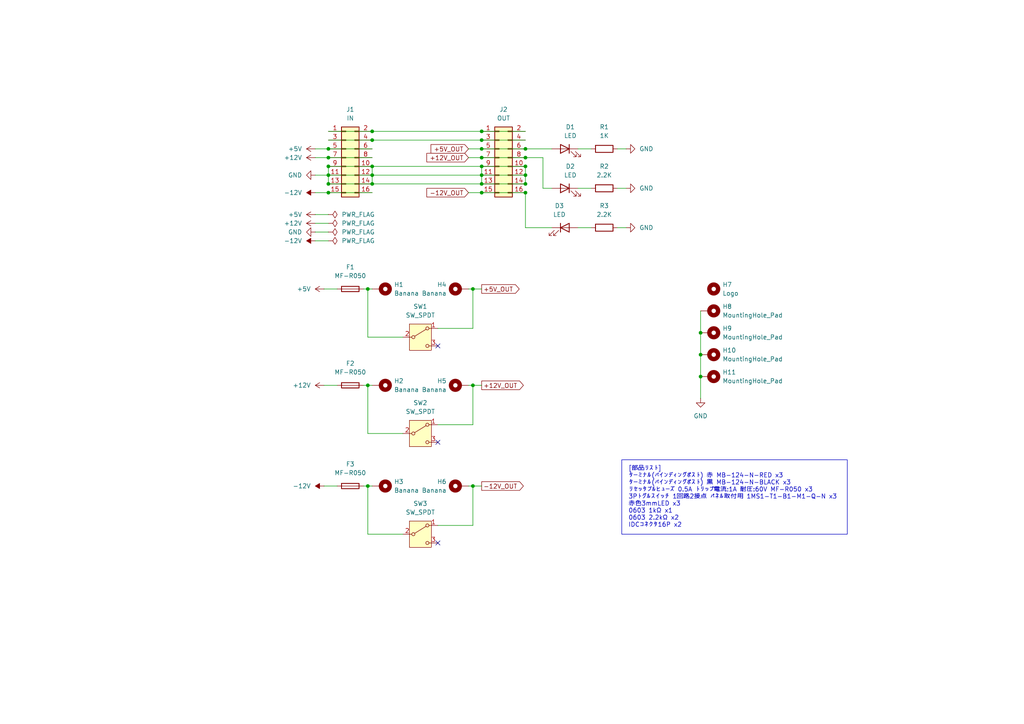
<source format=kicad_sch>
(kicad_sch (version 20231120) (generator "eeschema") (generator_version "8.0")
  (paper "A4")
  (title_block (title "Eurorack Power Consumption Tester") (date "2025-05-23") (rev "1.0") (company "StudioKAT"))
  (lib_symbols
    (symbol "Connector_Generic:Conn_02x08_Odd_Even" (pin_names (offset 1.016) hide)
      (property "Reference" "J" (at 1.27 10.16 0))
      (property "Value" "Conn_02x08_Odd_Even" (at 1.27 -12.7 0))
      (symbol "Conn_02x08_Odd_Even_1_1"
        (rectangle (start -1.27 -10.033) (end 0 -10.287) (stroke (width 0.1524)))
        (rectangle (start -1.27 -7.493) (end 0 -7.747) (stroke (width 0.1524)))
        (rectangle (start -1.27 -4.953) (end 0 -5.207) (stroke (width 0.1524)))
        (rectangle (start -1.27 -2.413) (end 0 -2.667) (stroke (width 0.1524)))
        (rectangle (start -1.27 0.127) (end 0 -0.127) (stroke (width 0.1524)))
        (rectangle (start -1.27 2.667) (end 0 2.413) (stroke (width 0.1524)))
        (rectangle (start -1.27 5.207) (end 0 4.953) (stroke (width 0.1524)))
        (rectangle (start -1.27 7.747) (end 0 7.493) (stroke (width 0.1524)))
        (rectangle (start -1.27 8.89) (end 3.81 -11.43) (stroke (width 0.254)) (fill (type background)))
        (rectangle (start 3.81 -10.033) (end 2.54 -10.287) (stroke (width 0.1524)))
        (rectangle (start 3.81 -7.493) (end 2.54 -7.747) (stroke (width 0.1524)))
        (rectangle (start 3.81 -4.953) (end 2.54 -5.207) (stroke (width 0.1524)))
        (rectangle (start 3.81 -2.413) (end 2.54 -2.667) (stroke (width 0.1524)))
        (rectangle (start 3.81 0.127) (end 2.54 -0.127) (stroke (width 0.1524)))
        (rectangle (start 3.81 2.667) (end 2.54 2.413) (stroke (width 0.1524)))
        (rectangle (start 3.81 5.207) (end 2.54 4.953) (stroke (width 0.1524)))
        (rectangle (start 3.81 7.747) (end 2.54 7.493) (stroke (width 0.1524)))
        (pin passive line (at -5.08 7.62 0) (length 3.81) (name "Pin_1") (number "1"))
        (pin passive line (at 7.62 -2.54 180) (length 3.81) (name "Pin_10") (number "10"))
        (pin passive line (at -5.08 -5.08 0) (length 3.81) (name "Pin_11") (number "11"))
        (pin passive line (at 7.62 -5.08 180) (length 3.81) (name "Pin_12") (number "12"))
        (pin passive line (at -5.08 -7.62 0) (length 3.81) (name "Pin_13") (number "13"))
        (pin passive line (at 7.62 -7.62 180) (length 3.81) (name "Pin_14") (number "14"))
        (pin passive line (at -5.08 -10.16 0) (length 3.81) (name "Pin_15") (number "15"))
        (pin passive line (at 7.62 -10.16 180) (length 3.81) (name "Pin_16") (number "16"))
        (pin passive line (at 7.62 7.62 180) (length 3.81) (name "Pin_2") (number "2"))
        (pin passive line (at -5.08 5.08 0) (length 3.81) (name "Pin_3") (number "3"))
        (pin passive line (at 7.62 5.08 180) (length 3.81) (name "Pin_4") (number "4"))
        (pin passive line (at -5.08 2.54 0) (length 3.81) (name "Pin_5") (number "5"))
        (pin passive line (at 7.62 2.54 180) (length 3.81) (name "Pin_6") (number "6"))
        (pin passive line (at -5.08 0 0) (length 3.81) (name "Pin_7") (number "7"))
        (pin passive line (at 7.62 0 180) (length 3.81) (name "Pin_8") (number "8"))
        (pin passive line (at -5.08 -2.54 0) (length 3.81) (name "Pin_9") (number "9"))
      )
    )
    (symbol "Device:Fuse" (pin_numbers hide) (pin_names (offset 0))
      (property "Reference" "F" (at 2.032 0 90))
      (property "Value" "Fuse" (at -1.905 0 90))
      (symbol "Fuse_0_1"
        (rectangle (start -0.762 -2.54) (end 0.762 2.54) (stroke (width 0.254)))
        (polyline (pts (xy 0 2.54) (xy 0 -2.54)))
      )
      (symbol "Fuse_1_1"
        (pin passive line (at 0 3.81 270) (length 1.27) (name "~") (number "1"))
        (pin passive line (at 0 -3.81 90) (length 1.27) (name "~") (number "2"))
      )
    )
    (symbol "Device:LED" (pin_numbers hide) (pin_names (offset 1.016) hide)
      (property "Reference" "D" (at 0 2.54 0))
      (property "Value" "LED" (at 0 -2.54 0))
      (symbol "LED_0_1"
        (polyline (pts (xy -1.27 -1.27) (xy -1.27 1.27)) (stroke (width 0.254)))
        (polyline (pts (xy -1.27 0) (xy 1.27 0)))
        (polyline (pts (xy 1.27 -1.27) (xy 1.27 1.27) (xy -1.27 0) (xy 1.27 -1.27)) (stroke (width 0.254)))
        (polyline (pts (xy -3.048 -0.762) (xy -4.572 -2.286) (xy -3.81 -2.286) (xy -4.572 -2.286) (xy -4.572 -1.524)))
        (polyline (pts (xy -1.778 -0.762) (xy -3.302 -2.286) (xy -2.54 -2.286) (xy -3.302 -2.286) (xy -3.302 -1.524)))
      )
      (symbol "LED_1_1"
        (pin passive line (at -3.81 0 0) (length 2.54) (name "K") (number "1"))
        (pin passive line (at 3.81 0 180) (length 2.54) (name "A") (number "2"))
      )
    )
    (symbol "Device:R" (pin_numbers hide) (pin_names (offset 0))
      (property "Reference" "R" (at 2.032 0 90))
      (property "Value" "R" (at 0 0 90))
      (symbol "R_0_1"
        (rectangle (start -1.016 -2.54) (end 1.016 2.54) (stroke (width 0.254)))
      )
      (symbol "R_1_1"
        (pin passive line (at 0 3.81 270) (length 1.27) (name "~") (number "1"))
        (pin passive line (at 0 -3.81 90) (length 1.27) (name "~") (number "2"))
      )
    )
    (symbol "Mechanical:MountingHole" (pin_names (offset 1.016)) (exclude_from_sim yes) (in_bom no)
      (property "Reference" "H" (at 0 5.08 0))
      (property "Value" "MountingHole" (at 0 3.175 0))
      (symbol "MountingHole_0_1"
        (circle (center 0 0) (radius 1.27) (stroke (width 1.27)))
      )
    )
    (symbol "Mechanical:MountingHole_Pad" (pin_numbers hide) (pin_names (offset 1.016) hide) (exclude_from_sim yes) (in_bom no)
      (property "Reference" "H" (at 0 6.35 0))
      (property "Value" "MountingHole_Pad" (at 0 4.445 0))
      (symbol "MountingHole_Pad_0_1"
        (circle (center 0 1.27) (radius 1.27) (stroke (width 1.27)))
      )
      (symbol "MountingHole_Pad_1_1"
        (pin input line (at 0 -2.54 90) (length 2.54) (name "1") (number "1"))
      )
    )
    (symbol "Switch:SW_SPDT" (pin_names (offset 0) hide)
      (property "Reference" "SW" (at 0 5.08 0))
      (property "Value" "SW_SPDT" (at 0 -5.08 0))
      (symbol "SW_SPDT_0_1"
        (circle (center -2.032 0) (radius 0.4572))
        (polyline (pts (xy -1.651 0.254) (xy 1.651 2.286)))
        (circle (center 2.032 -2.54) (radius 0.4572))
        (circle (center 2.032 2.54) (radius 0.4572))
      )
      (symbol "SW_SPDT_1_1"
        (rectangle (start -3.175 3.81) (end 3.175 -3.81) (fill (type background)))
        (pin passive line (at 5.08 2.54 180) (length 2.54) (name "A") (number "1"))
        (pin passive line (at -5.08 0 0) (length 2.54) (name "B") (number "2"))
        (pin passive line (at 5.08 -2.54 180) (length 2.54) (name "C") (number "3"))
      )
    )
    (symbol "power:+12V" (power) (pin_numbers hide) (pin_names (offset 0) hide)
      (property "Value" "+12V" (at 0 3.556 0))
      (symbol "+12V_0_1"
        (polyline (pts (xy -0.762 1.27) (xy 0 2.54)))
        (polyline (pts (xy 0 0) (xy 0 2.54)))
        (polyline (pts (xy 0 2.54) (xy 0.762 1.27)))
      )
      (symbol "+12V_1_1"
        (pin power_in line (at 0 0 90) (length 0) (name "~") (number "1"))
      )
    )
    (symbol "power:+5V" (power) (pin_numbers hide) (pin_names (offset 0) hide)
      (property "Value" "+5V" (at 0 3.556 0))
      (symbol "+5V_0_1"
        (polyline (pts (xy -0.762 1.27) (xy 0 2.54)))
        (polyline (pts (xy 0 0) (xy 0 2.54)))
        (polyline (pts (xy 0 2.54) (xy 0.762 1.27)))
      )
      (symbol "+5V_1_1"
        (pin power_in line (at 0 0 90) (length 0) (name "~") (number "1"))
      )
    )
    (symbol "power:-12V" (power) (pin_numbers hide) (pin_names (offset 0) hide)
      (property "Value" "-12V" (at 0 3.556 0))
      (symbol "-12V_0_0"
        (pin power_in line (at 0 0 90) (length 0) (name "~") (number "1"))
      )
      (symbol "-12V_0_1"
        (polyline (pts (xy 0 0) (xy 0 1.27) (xy 0.762 1.27) (xy 0 2.54) (xy -0.762 1.27) (xy 0 1.27)) (fill (type outline)))
      )
    )
    (symbol "power:GND" (power) (pin_numbers hide) (pin_names (offset 0) hide)
      (property "Value" "GND" (at 0 -3.81 0))
      (symbol "GND_0_1"
        (polyline (pts (xy 0 0) (xy 0 -1.27) (xy 1.27 -1.27) (xy 0 -2.54) (xy -1.27 -1.27) (xy 0 -1.27)))
      )
      (symbol "GND_1_1"
        (pin power_in line (at 0 0 270) (length 0) (name "~") (number "1"))
      )
    )
    (symbol "power:PWR_FLAG" (power) (pin_numbers hide) (pin_names (offset 0) hide)
      (property "Value" "PWR_FLAG" (at 0 3.81 0))
      (symbol "PWR_FLAG_0_0"
        (pin power_out line (at 0 0 90) (length 0) (name "~") (number "1"))
      )
      (symbol "PWR_FLAG_0_1"
        (polyline (pts (xy 0 0) (xy 0 1.27) (xy -1.016 1.905) (xy 0 2.54) (xy 1.016 1.905) (xy 0 1.27)))
      )
    )
  )
  (junction (at 139.7 43.18))
  (junction (at 95.25 50.8))
  (junction (at 137.16 140.97))
  (junction (at 107.95 50.8))
  (junction (at 139.7 40.64))
  (junction (at 95.25 48.26))
  (junction (at 152.4 50.8))
  (junction (at 139.7 38.1))
  (junction (at 137.16 83.82))
  (junction (at 203.2 96.52))
  (junction (at 203.2 109.22))
  (junction (at 139.7 50.8))
  (junction (at 107.95 53.34))
  (junction (at 106.68 83.82))
  (junction (at 95.25 43.18))
  (junction (at 152.4 48.26))
  (junction (at 139.7 53.34))
  (junction (at 139.7 55.88))
  (junction (at 152.4 53.34))
  (junction (at 106.68 140.97))
  (junction (at 107.95 38.1))
  (junction (at 95.25 45.72))
  (junction (at 152.4 55.88))
  (junction (at 137.16 111.76))
  (junction (at 107.95 48.26))
  (junction (at 139.7 45.72))
  (junction (at 139.7 48.26))
  (junction (at 152.4 43.18))
  (junction (at 95.25 53.34))
  (junction (at 152.4 45.72))
  (junction (at 107.95 40.64))
  (junction (at 203.2 102.87))
  (junction (at 95.25 55.88))
  (junction (at 106.68 111.76))
  (no_connect (at 127 128.27))
  (no_connect (at 127 157.48))
  (no_connect (at 127 100.33))
  (wire (pts (xy 167.64 54.61) (xy 171.45 54.61)))
  (wire (pts (xy 95.25 50.8) (xy 95.25 53.34)))
  (wire (pts (xy 95.25 50.8) (xy 107.95 50.8)))
  (wire (pts (xy 137.16 111.76) (xy 139.7 111.76)))
  (wire (pts (xy 135.89 140.97) (xy 137.16 140.97)))
  (wire (pts (xy 137.16 83.82) (xy 139.7 83.82)))
  (wire (pts (xy 167.64 43.18) (xy 171.45 43.18)))
  (wire (pts (xy 139.7 48.26) (xy 139.7 50.8)))
  (wire (pts (xy 152.4 43.18) (xy 160.02 43.18)))
  (wire (pts (xy 107.95 50.8) (xy 139.7 50.8)))
  (wire (pts (xy 106.68 83.82) (xy 107.95 83.82)))
  (wire (pts (xy 105.41 83.82) (xy 106.68 83.82)))
  (wire (pts (xy 137.16 140.97) (xy 139.7 140.97)))
  (wire (pts (xy 91.44 69.85) (xy 95.25 69.85)))
  (wire (pts (xy 105.41 140.97) (xy 106.68 140.97)))
  (wire (pts (xy 127 123.19) (xy 137.16 123.19)))
  (wire (pts (xy 137.16 152.4) (xy 137.16 140.97)))
  (wire (pts (xy 139.7 43.18) (xy 152.4 43.18)))
  (wire (pts (xy 107.95 40.64) (xy 139.7 40.64)))
  (wire (pts (xy 105.41 111.76) (xy 106.68 111.76)))
  (wire (pts (xy 93.98 83.82) (xy 97.79 83.82)))
  (wire (pts (xy 106.68 154.94) (xy 106.68 140.97)))
  (wire (pts (xy 95.25 48.26) (xy 107.95 48.26)))
  (wire (pts (xy 93.98 111.76) (xy 97.79 111.76)))
  (wire (pts (xy 107.95 38.1) (xy 139.7 38.1)))
  (wire (pts (xy 107.95 50.8) (xy 107.95 53.34)))
  (wire (pts (xy 106.68 97.79) (xy 106.68 83.82)))
  (wire (pts (xy 107.95 48.26) (xy 139.7 48.26)))
  (wire (pts (xy 203.2 96.52) (xy 203.2 102.87)))
  (wire (pts (xy 152.4 66.04) (xy 152.4 55.88)))
  (wire (pts (xy 203.2 109.22) (xy 203.2 115.57)))
  (wire (pts (xy 95.25 43.18) (xy 107.95 43.18)))
  (wire (pts (xy 91.44 64.77) (xy 95.25 64.77)))
  (wire (pts (xy 139.7 55.88) (xy 152.4 55.88)))
  (wire (pts (xy 157.48 54.61) (xy 160.02 54.61)))
  (wire (pts (xy 139.7 48.26) (xy 152.4 48.26)))
  (wire (pts (xy 91.44 55.88) (xy 95.25 55.88)))
  (wire (pts (xy 127 95.25) (xy 137.16 95.25)))
  (wire (pts (xy 95.25 48.26) (xy 95.25 50.8)))
  (wire (pts (xy 106.68 125.73) (xy 106.68 111.76)))
  (wire (pts (xy 137.16 123.19) (xy 137.16 111.76)))
  (wire (pts (xy 203.2 102.87) (xy 203.2 109.22)))
  (wire (pts (xy 135.89 111.76) (xy 137.16 111.76)))
  (wire (pts (xy 139.7 45.72) (xy 152.4 45.72)))
  (wire (pts (xy 179.07 66.04) (xy 181.61 66.04)))
  (wire (pts (xy 127 152.4) (xy 137.16 152.4)))
  (wire (pts (xy 160.02 66.04) (xy 152.4 66.04)))
  (wire (pts (xy 106.68 140.97) (xy 107.95 140.97)))
  (wire (pts (xy 91.44 67.31) (xy 95.25 67.31)))
  (wire (pts (xy 95.25 55.88) (xy 107.95 55.88)))
  (wire (pts (xy 116.84 125.73) (xy 106.68 125.73)))
  (wire (pts (xy 106.68 111.76) (xy 107.95 111.76)))
  (wire (pts (xy 203.2 90.17) (xy 203.2 96.52)))
  (wire (pts (xy 135.89 83.82) (xy 137.16 83.82)))
  (wire (pts (xy 167.64 66.04) (xy 171.45 66.04)))
  (wire (pts (xy 107.95 48.26) (xy 107.95 50.8)))
  (wire (pts (xy 93.98 140.97) (xy 97.79 140.97)))
  (wire (pts (xy 179.07 43.18) (xy 181.61 43.18)))
  (wire (pts (xy 179.07 54.61) (xy 181.61 54.61)))
  (wire (pts (xy 139.7 50.8) (xy 152.4 50.8)))
  (wire (pts (xy 139.7 40.64) (xy 152.4 40.64)))
  (wire (pts (xy 91.44 50.8) (xy 95.25 50.8)))
  (wire (pts (xy 91.44 43.18) (xy 95.25 43.18)))
  (wire (pts (xy 91.44 62.23) (xy 95.25 62.23)))
  (wire (pts (xy 139.7 38.1) (xy 152.4 38.1)))
  (wire (pts (xy 91.44 45.72) (xy 95.25 45.72)))
  (wire (pts (xy 135.89 45.72) (xy 139.7 45.72)))
  (wire (pts (xy 95.25 53.34) (xy 107.95 53.34)))
  (wire (pts (xy 152.4 50.8) (xy 152.4 53.34)))
  (wire (pts (xy 152.4 48.26) (xy 152.4 50.8)))
  (wire (pts (xy 95.25 38.1) (xy 107.95 38.1)))
  (wire (pts (xy 116.84 97.79) (xy 106.68 97.79)))
  (wire (pts (xy 95.25 45.72) (xy 107.95 45.72)))
  (wire (pts (xy 116.84 154.94) (xy 106.68 154.94)))
  (wire (pts (xy 135.89 43.18) (xy 139.7 43.18)))
  (wire (pts (xy 139.7 50.8) (xy 139.7 53.34)))
  (wire (pts (xy 137.16 95.25) (xy 137.16 83.82)))
  (wire (pts (xy 139.7 53.34) (xy 152.4 53.34)))
  (wire (pts (xy 95.25 40.64) (xy 107.95 40.64)))
  (wire (pts (xy 157.48 54.61) (xy 157.48 45.72)))
  (wire (pts (xy 135.89 55.88) (xy 139.7 55.88)))
  (wire (pts (xy 152.4 45.72) (xy 157.48 45.72)))
  (wire (pts (xy 107.95 53.34) (xy 139.7 53.34)))
  (rectangle (start 180.34 133.35) (end 245.745 154.94))
  (text "[部品リスト]\nターミナル(バインディングポスト) 赤 MB-124-N-RED x3\nターミナル(バインディングポスト) 黒 MB-124-N-BLACK x3\nリセッタブルヒューズ 0.5A トリップ電流:1A 耐圧:60V MF-R050 x3\n3Pトグルスイッチ 1回路2接点 パネル取付用 1MS1-T1-B1-M1-Q-N x3\n赤色3mmLED x3\n0603 1kΩ x1\n0603 2.2kΩ x2\nIDCコネクタ16P x2" (at 182.245 135.255 0) (effects (font (size 1.27 1.27)) (justify left top)))
  (global_label "-12V_OUT" (shape input) (at 135.89 55.88 180) (property "Intersheetrefs" "${INTERSHEET_REFS}" (effects (hide yes))))
  (global_label "-12V_OUT" (shape output) (at 139.7 140.97 0) (property "Intersheetrefs" "${INTERSHEET_REFS}" (effects (hide yes))))
  (global_label "+12V_OUT" (shape input) (at 135.89 45.72 180) (property "Intersheetrefs" "${INTERSHEET_REFS}" (effects (hide yes))))
  (global_label "+5V_OUT" (shape output) (at 139.7 83.82 0) (property "Intersheetrefs" "${INTERSHEET_REFS}" (effects (hide yes))))
  (global_label "+12V_OUT" (shape output) (at 139.7 111.76 0) (property "Intersheetrefs" "${INTERSHEET_REFS}" (effects (hide yes))))
  (global_label "+5V_OUT" (shape input) (at 135.89 43.18 180) (property "Intersheetrefs" "${INTERSHEET_REFS}" (effects (hide yes))))
  (symbol (lib_id "power:-12V") (at 91.44 69.85 90) (unit 1)
    (property "Reference" "#PWR08" (effects (hide yes)))
    (property "Value" "-12V" (at 87.63 69.8499 90) (effects (justify left)))
    (property "Description" "Power symbol creates a global label with name \"-12V\"" (effects (hide yes)))
  )
  (symbol (lib_id "Device:LED") (at 163.83 54.61 0) (mirror y) (unit 1)
    (property "Reference" "D2" (at 165.4175 48.26 0))
    (property "Value" "LED" (at 165.4175 50.8 0))
    (property "Footprint" "LED_THT:LED_D3.0mm" (effects (hide yes)))
    (property "Description" "Light emitting diode" (effects (hide yes)))
  )
  (symbol (lib_id "Device:Fuse") (at 101.6 140.97 90) (unit 1)
    (property "Reference" "F3" (at 101.6 134.62 90))
    (property "Value" "MF-R050" (at 101.6 137.16 90))
    (property "Footprint" "Fuse:Fuse_Bourns_MF-RG300" (effects (hide yes)))
    (property "Description" "Fuse" (effects (hide yes)))
  )
  (symbol (lib_id "Switch:SW_SPDT") (at 121.92 97.79 0) (unit 1)
    (property "Reference" "SW1" (at 121.92 88.9 0))
    (property "Value" "SW_SPDT" (at 121.92 91.44 0))
    (property "Footprint" "kat_eurorack:SPDT" (effects (hide yes)))
    (property "Description" "Switch, single pole double throw" (effects (hide yes)))
  )
  (symbol (lib_id "power:+12V") (at 91.44 45.72 90) (unit 1)
    (property "Reference" "#PWR02" (effects (hide yes)))
    (property "Value" "+12V" (at 87.63 45.7199 90) (effects (justify left)))
    (property "Description" "Power symbol creates a global label with name \"+12V\"" (effects (hide yes)))
  )
  (symbol (lib_id "power:GND") (at 91.44 50.8 270) (unit 1)
    (property "Reference" "#PWR03" (effects (hide yes)))
    (property "Value" "GND" (at 87.63 50.7999 90) (effects (justify right)))
    (property "Description" "Power symbol creates a global label with name \"GND\" , ground" (effects (hide yes)))
  )
  (symbol (lib_id "power:+12V") (at 93.98 111.76 90) (unit 1)
    (property "Reference" "#PWR013" (effects (hide yes)))
    (property "Value" "+12V" (at 90.17 111.7599 90) (effects (justify left)))
    (property "Description" "Power symbol creates a global label with name \"+12V\"" (effects (hide yes)))
  )
  (symbol (lib_id "Connector_Generic:Conn_02x08_Odd_Even") (at 100.33 45.72 0) (unit 1)
    (property "Reference" "J1" (at 101.6 31.75 0))
    (property "Value" "IN" (at 101.6 34.29 0))
    (property "Footprint" "kat_eurorack:BoxHeader_2x08_2.54mm_Europower" (effects (hide yes)))
    (property "Description" "Generic connector, double row, 02x08, odd/even pin numbering scheme (row 1 odd numbers, row 2 even numbers), script generated (kicad-library-utils/schlib/autogen/connector/)" (effects (hide yes)))
  )
  (symbol (lib_id "Mechanical:MountingHole_Pad") (at 133.35 111.76 90) (mirror x) (unit 1) (exclude_from_sim yes) (in_bom no)
    (property "Reference" "H5" (at 129.54 110.4899 90) (effects (justify left)))
    (property "Value" "Banana" (at 129.54 113.0299 90) (effects (justify left)))
    (property "Footprint" "MountingHole:MountingHole_4.3mm_M4_DIN965_Pad" (effects (hide yes)))
    (property "Description" "Mounting Hole with connection" (effects (hide yes)))
  )
  (symbol (lib_id "Device:R") (at 175.26 66.04 90) (unit 1)
    (property "Reference" "R3" (at 175.26 59.69 90))
    (property "Value" "2.2K" (at 175.26 62.23 90))
    (property "Footprint" "Resistor_SMD:R_0603_1608Metric_Pad0.98x0.95mm_HandSolder" (effects (hide yes)))
    (property "Description" "Resistor" (effects (hide yes)))
  )
  (symbol (lib_id "Mechanical:MountingHole_Pad") (at 133.35 83.82 90) (mirror x) (unit 1) (exclude_from_sim yes) (in_bom no)
    (property "Reference" "H4" (at 129.54 82.5499 90) (effects (justify left)))
    (property "Value" "Banana" (at 129.54 85.0899 90) (effects (justify left)))
    (property "Footprint" "MountingHole:MountingHole_4.3mm_M4_DIN965_Pad" (effects (hide yes)))
    (property "Description" "Mounting Hole with connection" (effects (hide yes)))
  )
  (symbol (lib_id "power:GND") (at 181.61 43.18 90) (mirror x) (unit 1)
    (property "Reference" "#PWR09" (effects (hide yes)))
    (property "Value" "GND" (at 185.42 43.1799 90) (effects (justify right)))
    (property "Description" "Power symbol creates a global label with name \"GND\" , ground" (effects (hide yes)))
  )
  (symbol (lib_id "Device:R") (at 175.26 54.61 90) (unit 1)
    (property "Reference" "R2" (at 175.26 48.26 90))
    (property "Value" "2.2K" (at 175.26 50.8 90))
    (property "Footprint" "Resistor_SMD:R_0603_1608Metric_Pad0.98x0.95mm_HandSolder" (effects (hide yes)))
    (property "Description" "Resistor" (effects (hide yes)))
  )
  (symbol (lib_id "Device:Fuse") (at 101.6 111.76 90) (unit 1)
    (property "Reference" "F2" (at 101.6 105.41 90))
    (property "Value" "MF-R050" (at 101.6 107.95 90))
    (property "Footprint" "Fuse:Fuse_Bourns_MF-RG300" (effects (hide yes)))
    (property "Description" "Fuse" (effects (hide yes)))
  )
  (symbol (lib_id "Mechanical:MountingHole") (at 207.01 83.82 0) (unit 1) (exclude_from_sim yes) (in_bom no)
    (property "Reference" "H7" (at 209.55 82.5499 0) (effects (justify left)))
    (property "Value" "Logo" (at 209.55 85.0899 0) (effects (justify left)))
    (property "Footprint" "kat_eurorack:StudioKAT_logo" (effects (hide yes)))
    (property "Description" "Mounting Hole without connection" (effects (hide yes)))
  )
  (symbol (lib_id "Mechanical:MountingHole_Pad") (at 205.74 102.87 270) (unit 1) (exclude_from_sim yes) (in_bom no)
    (property "Reference" "H10" (at 209.55 101.5999 90) (effects (justify left)))
    (property "Value" "MountingHole_Pad" (at 209.55 104.1399 90) (effects (justify left)))
    (property "Footprint" "MountingHole:MountingHole_3.2mm_M3_DIN965_Pad" (effects (hide yes)))
    (property "Description" "Mounting Hole with connection" (effects (hide yes)))
  )
  (symbol (lib_id "power:PWR_FLAG") (at 95.25 64.77 270) (unit 1)
    (property "Reference" "#FLG02" (effects (hide yes)))
    (property "Value" "PWR_FLAG" (at 99.06 64.7699 90) (effects (justify left)))
    (property "Description" "Special symbol for telling ERC where power comes from" (effects (hide yes)))
  )
  (symbol (lib_id "power:+5V") (at 93.98 83.82 90) (unit 1)
    (property "Reference" "#PWR012" (effects (hide yes)))
    (property "Value" "+5V" (at 90.17 83.8199 90) (effects (justify left)))
    (property "Description" "Power symbol creates a global label with name \"+5V\"" (effects (hide yes)))
  )
  (symbol (lib_id "power:PWR_FLAG") (at 95.25 62.23 270) (unit 1)
    (property "Reference" "#FLG01" (effects (hide yes)))
    (property "Value" "PWR_FLAG" (at 99.06 62.2299 90) (effects (justify left)))
    (property "Description" "Special symbol for telling ERC where power comes from" (effects (hide yes)))
  )
  (symbol (lib_id "Device:LED") (at 163.83 43.18 0) (mirror y) (unit 1)
    (property "Reference" "D1" (at 165.4175 36.83 0))
    (property "Value" "LED" (at 165.4175 39.37 0))
    (property "Footprint" "LED_THT:LED_D3.0mm" (effects (hide yes)))
    (property "Description" "Light emitting diode" (effects (hide yes)))
  )
  (symbol (lib_id "Mechanical:MountingHole_Pad") (at 133.35 140.97 90) (mirror x) (unit 1) (exclude_from_sim yes) (in_bom no)
    (property "Reference" "H6" (at 129.54 139.6999 90) (effects (justify left)))
    (property "Value" "Banana" (at 129.54 142.2399 90) (effects (justify left)))
    (property "Footprint" "MountingHole:MountingHole_4.3mm_M4_DIN965_Pad" (effects (hide yes)))
    (property "Description" "Mounting Hole with connection" (effects (hide yes)))
  )
  (symbol (lib_id "power:+5V") (at 91.44 62.23 90) (unit 1)
    (property "Reference" "#PWR05" (effects (hide yes)))
    (property "Value" "+5V" (at 87.63 62.2299 90) (effects (justify left)))
    (property "Description" "Power symbol creates a global label with name \"+5V\"" (effects (hide yes)))
  )
  (symbol (lib_id "Device:Fuse") (at 101.6 83.82 90) (unit 1)
    (property "Reference" "F1" (at 101.6 77.47 90))
    (property "Value" "MF-R050" (at 101.6 80.01 90))
    (property "Footprint" "Fuse:Fuse_Bourns_MF-RG300" (effects (hide yes)))
    (property "Description" "Fuse" (effects (hide yes)))
  )
  (symbol (lib_id "power:PWR_FLAG") (at 95.25 69.85 270) (unit 1)
    (property "Reference" "#FLG04" (effects (hide yes)))
    (property "Value" "PWR_FLAG" (at 99.06 69.8499 90) (effects (justify left)))
    (property "Description" "Special symbol for telling ERC where power comes from" (effects (hide yes)))
  )
  (symbol (lib_id "Mechanical:MountingHole_Pad") (at 205.74 109.22 270) (unit 1) (exclude_from_sim yes) (in_bom no)
    (property "Reference" "H11" (at 209.55 107.9499 90) (effects (justify left)))
    (property "Value" "MountingHole_Pad" (at 209.55 110.4899 90) (effects (justify left)))
    (property "Footprint" "MountingHole:MountingHole_3.2mm_M3_DIN965_Pad" (effects (hide yes)))
    (property "Description" "Mounting Hole with connection" (effects (hide yes)))
  )
  (symbol (lib_id "power:GND") (at 203.2 115.57 0) (unit 1)
    (property "Reference" "#PWR015" (effects (hide yes)))
    (property "Value" "GND" (at 203.2 120.65 0))
    (property "Description" "Power symbol creates a global label with name \"GND\" , ground" (effects (hide yes)))
  )
  (symbol (lib_id "power:GND") (at 181.61 54.61 90) (mirror x) (unit 1)
    (property "Reference" "#PWR010" (effects (hide yes)))
    (property "Value" "GND" (at 185.42 54.6099 90) (effects (justify right)))
    (property "Description" "Power symbol creates a global label with name \"GND\" , ground" (effects (hide yes)))
  )
  (symbol (lib_id "power:GND") (at 91.44 67.31 270) (unit 1)
    (property "Reference" "#PWR07" (effects (hide yes)))
    (property "Value" "GND" (at 87.63 67.3099 90) (effects (justify right)))
    (property "Description" "Power symbol creates a global label with name \"GND\" , ground" (effects (hide yes)))
  )
  (symbol (lib_id "power:-12V") (at 91.44 55.88 90) (unit 1)
    (property "Reference" "#PWR04" (effects (hide yes)))
    (property "Value" "-12V" (at 87.63 55.8799 90) (effects (justify left)))
    (property "Description" "Power symbol creates a global label with name \"-12V\"" (effects (hide yes)))
  )
  (symbol (lib_id "power:+12V") (at 91.44 64.77 90) (unit 1)
    (property "Reference" "#PWR06" (effects (hide yes)))
    (property "Value" "+12V" (at 87.63 64.7699 90) (effects (justify left)))
    (property "Description" "Power symbol creates a global label with name \"+12V\"" (effects (hide yes)))
  )
  (symbol (lib_id "power:PWR_FLAG") (at 95.25 67.31 270) (unit 1)
    (property "Reference" "#FLG03" (effects (hide yes)))
    (property "Value" "PWR_FLAG" (at 99.06 67.3099 90) (effects (justify left)))
    (property "Description" "Special symbol for telling ERC where power comes from" (effects (hide yes)))
  )
  (symbol (lib_id "Mechanical:MountingHole_Pad") (at 110.49 111.76 270) (unit 1) (exclude_from_sim yes) (in_bom no)
    (property "Reference" "H2" (at 114.3 110.4899 90) (effects (justify left)))
    (property "Value" "Banana" (at 114.3 113.0299 90) (effects (justify left)))
    (property "Footprint" "MountingHole:MountingHole_4.3mm_M4_DIN965_Pad" (effects (hide yes)))
    (property "Description" "Mounting Hole with connection" (effects (hide yes)))
  )
  (symbol (lib_id "Connector_Generic:Conn_02x08_Odd_Even") (at 144.78 45.72 0) (unit 1)
    (property "Reference" "J2" (at 146.05 31.75 0))
    (property "Value" "OUT" (at 146.05 34.29 0))
    (property "Footprint" "kat_eurorack:BoxHeader_2x08_2.54mm_Europower" (effects (hide yes)))
    (property "Description" "Generic connector, double row, 02x08, odd/even pin numbering scheme (row 1 odd numbers, row 2 even numbers), script generated (kicad-library-utils/schlib/autogen/connector/)" (effects (hide yes)))
  )
  (symbol (lib_id "Device:R") (at 175.26 43.18 90) (unit 1)
    (property "Reference" "R1" (at 175.26 36.83 90))
    (property "Value" "1K" (at 175.26 39.37 90))
    (property "Footprint" "Resistor_SMD:R_0603_1608Metric_Pad0.98x0.95mm_HandSolder" (effects (hide yes)))
    (property "Description" "Resistor" (effects (hide yes)))
  )
  (symbol (lib_id "Device:LED") (at 163.83 66.04 0) (unit 1)
    (property "Reference" "D3" (at 162.2425 59.69 0))
    (property "Value" "LED" (at 162.2425 62.23 0))
    (property "Footprint" "LED_THT:LED_D3.0mm" (effects (hide yes)))
    (property "Description" "Light emitting diode" (effects (hide yes)))
  )
  (symbol (lib_id "Switch:SW_SPDT") (at 121.92 154.94 0) (unit 1)
    (property "Reference" "SW3" (at 121.92 146.05 0))
    (property "Value" "SW_SPDT" (at 121.92 148.59 0))
    (property "Footprint" "kat_eurorack:SPDT" (effects (hide yes)))
    (property "Description" "Switch, single pole double throw" (effects (hide yes)))
  )
  (symbol (lib_id "Switch:SW_SPDT") (at 121.92 125.73 0) (unit 1)
    (property "Reference" "SW2" (at 121.92 116.84 0))
    (property "Value" "SW_SPDT" (at 121.92 119.38 0))
    (property "Footprint" "kat_eurorack:SPDT" (effects (hide yes)))
    (property "Description" "Switch, single pole double throw" (effects (hide yes)))
  )
  (symbol (lib_id "Mechanical:MountingHole_Pad") (at 205.74 90.17 270) (unit 1) (exclude_from_sim yes) (in_bom no)
    (property "Reference" "H8" (at 209.55 88.8999 90) (effects (justify left)))
    (property "Value" "MountingHole_Pad" (at 209.55 91.4399 90) (effects (justify left)))
    (property "Footprint" "MountingHole:MountingHole_3.2mm_M3_DIN965_Pad" (effects (hide yes)))
    (property "Description" "Mounting Hole with connection" (effects (hide yes)))
  )
  (symbol (lib_id "power:GND") (at 181.61 66.04 90) (mirror x) (unit 1)
    (property "Reference" "#PWR011" (effects (hide yes)))
    (property "Value" "GND" (at 185.42 66.0399 90) (effects (justify right)))
    (property "Description" "Power symbol creates a global label with name \"GND\" , ground" (effects (hide yes)))
  )
  (symbol (lib_id "Mechanical:MountingHole_Pad") (at 205.74 96.52 270) (unit 1) (exclude_from_sim yes) (in_bom no)
    (property "Reference" "H9" (at 209.55 95.2499 90) (effects (justify left)))
    (property "Value" "MountingHole_Pad" (at 209.55 97.7899 90) (effects (justify left)))
    (property "Footprint" "MountingHole:MountingHole_3.2mm_M3_DIN965_Pad" (effects (hide yes)))
    (property "Description" "Mounting Hole with connection" (effects (hide yes)))
  )
  (symbol (lib_id "Mechanical:MountingHole_Pad") (at 110.49 140.97 270) (unit 1) (exclude_from_sim yes) (in_bom no)
    (property "Reference" "H3" (at 114.3 139.6999 90) (effects (justify left)))
    (property "Value" "Banana" (at 114.3 142.2399 90) (effects (justify left)))
    (property "Footprint" "MountingHole:MountingHole_4.3mm_M4_DIN965_Pad" (effects (hide yes)))
    (property "Description" "Mounting Hole with connection" (effects (hide yes)))
  )
  (symbol (lib_id "power:-12V") (at 93.98 140.97 90) (unit 1)
    (property "Reference" "#PWR014" (effects (hide yes)))
    (property "Value" "-12V" (at 90.17 140.9699 90) (effects (justify left)))
    (property "Description" "Power symbol creates a global label with name \"-12V\"" (effects (hide yes)))
  )
  (symbol (lib_id "Mechanical:MountingHole_Pad") (at 110.49 83.82 270) (unit 1) (exclude_from_sim yes) (in_bom no)
    (property "Reference" "H1" (at 114.3 82.5499 90) (effects (justify left)))
    (property "Value" "Banana" (at 114.3 85.0899 90) (effects (justify left)))
    (property "Footprint" "MountingHole:MountingHole_4.3mm_M4_DIN965_Pad" (effects (hide yes)))
    (property "Description" "Mounting Hole with connection" (effects (hide yes)))
  )
  (symbol (lib_id "power:+5V") (at 91.44 43.18 90) (unit 1)
    (property "Reference" "#PWR01" (effects (hide yes)))
    (property "Value" "+5V" (at 87.63 43.1799 90) (effects (justify left)))
    (property "Description" "Power symbol creates a global label with name \"+5V\"" (effects (hide yes)))
  )
)
</source>
